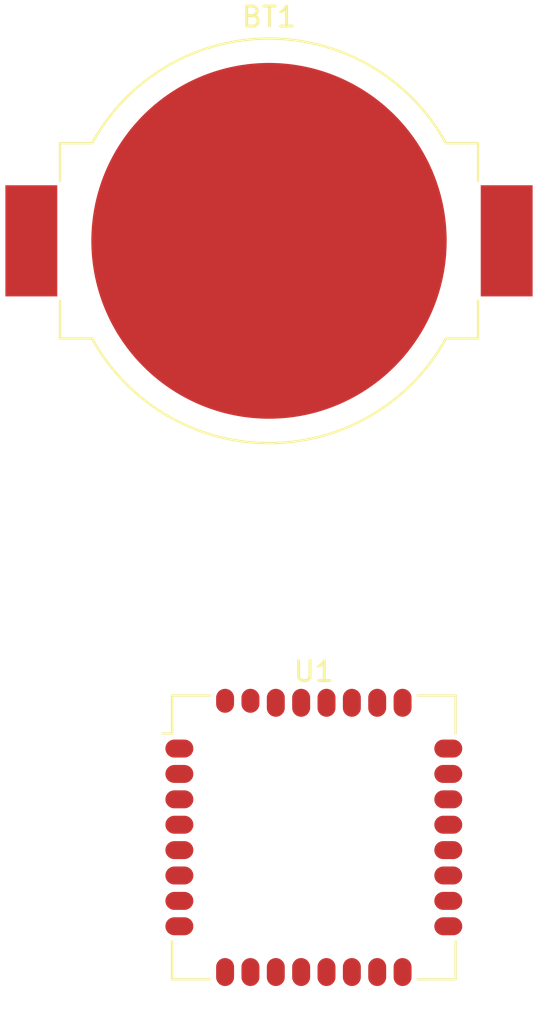
<source format=kicad_pcb>
(kicad_pcb (version 20221018) (generator pcbnew)
  (layers (0 "F.Cu" signal) (31 "B.Cu" signal) (34 "B.Paste" user) (35 "F.Paste" user) (36 "B.SilkS" user "B.Silkscreen") (37 "F.SilkS" user "F.Silkscreen") (38 "B.Mask" user) (39 "F.Mask" user) (44 "Edge.Cuts" user))
  (net 0 "")
  (net 1 "Net-(BT1-+)")
  (net 2 "GND")
  (footprint "RF_Module:MonoWireless_TWE-L-WX" (layer "F.Cu") (at 117.475 102.235)
    (fp_text reference "U1" (at 0 -8.3) (layer "F.SilkS"))
    (fp_text value "MW-R-WX")
    (fp_line (start -7.1 -7.1) (end -7.1 -5.2) (stroke (width 0.12)) (layer "F.SilkS"))
    (fp_line (start -7.1 -5.2) (end -7.6 -5.2) (stroke (width 0.12)) (layer "F.SilkS"))
    (fp_line (start -7.1 5.2) (end -7.1 7.1) (stroke (width 0.12)) (layer "F.SilkS"))
    (fp_line (start -7.1 7.1) (end -5.2 7.1) (stroke (width 0.12)) (layer "F.SilkS"))
    (fp_line (start -5.2 -7.1) (end -7.1 -7.1) (stroke (width 0.12)) (layer "F.SilkS"))
    (fp_line (start 5.2 -7.1) (end 7.1 -7.1) (stroke (width 0.12)) (layer "F.SilkS"))
    (fp_line (start 5.2 7.1) (end 7.1 7.1) (stroke (width 0.12)) (layer "F.SilkS"))
    (fp_line (start 7.1 -7.1) (end 7.1 -5.2) (stroke (width 0.12)) (layer "F.SilkS"))
    (fp_line (start 7.1 7.1) (end 7.1 5.2) (stroke (width 0.12)) (layer "F.SilkS"))
    (pad "" np_thru_hole oval (at -3.7 -3.9 315) (size 4.3 3.1) (drill oval 4.3 3.1) (layers "*.Cu" "*.Mask"))
    (pad "1" smd oval (at -6.735 -4.445 90) (size 0.9 1.4) (layers "F.Cu" "F.Paste" "F.Mask"))
    (pad "2" smd oval (at -6.735 -3.175 90) (size 0.9 1.4) (layers "F.Cu" "F.Paste" "F.Mask"))
    (pad "3" smd oval (at -6.735 -1.905 90) (size 0.9 1.4) (layers "F.Cu" "F.Paste" "F.Mask"))
    (pad "4" smd oval (at -6.735 -0.635 90) (size 0.9 1.4) (layers "F.Cu" "F.Paste" "F.Mask"))
    (pad "5" smd oval (at -6.735 0.635 90) (size 0.9 1.4) (layers "F.Cu" "F.Paste" "F.Mask") (net 1 "Net-(BT1-+)"))
    (pad "6" smd oval (at -6.735 1.905 90) (size 0.9 1.4) (layers "F.Cu" "F.Paste" "F.Mask"))
    (pad "7" smd oval (at -6.735 3.175 90) (size 0.9 1.4) (layers "F.Cu" "F.Paste" "F.Mask"))
    (pad "8" smd oval (at -6.735 4.445 90) (size 0.9 1.4) (layers "F.Cu" "F.Paste" "F.Mask"))
    (pad "9" smd oval (at -4.445 6.735) (size 0.9 1.4) (layers "F.Cu" "F.Paste" "F.Mask"))
    (pad "10" smd oval (at -3.175 6.735) (size 0.9 1.4) (layers "F.Cu" "F.Paste" "F.Mask"))
    (pad "11" smd oval (at -1.905 6.735) (size 0.9 1.4) (layers "F.Cu" "F.Paste" "F.Mask"))
    (pad "12" smd oval (at -0.635 6.735) (size 0.9 1.4) (layers "F.Cu" "F.Paste" "F.Mask"))
    (pad "13" smd oval (at 0.635 6.735) (size 0.9 1.4) (layers "F.Cu" "F.Paste" "F.Mask"))
    (pad "14" smd oval (at 1.905 6.735) (size 0.9 1.4) (layers "F.Cu" "F.Paste" "F.Mask"))
    (pad "15" smd oval (at 3.175 6.735) (size 0.9 1.4) (layers "F.Cu" "F.Paste" "F.Mask"))
    (pad "16" smd oval (at 4.445 6.735) (size 0.9 1.4) (layers "F.Cu" "F.Paste" "F.Mask"))
    (pad "17" smd oval (at 6.735 4.445 90) (size 0.9 1.4) (layers "F.Cu" "F.Paste" "F.Mask"))
    (pad "18" smd oval (at 6.735 3.175 90) (size 0.9 1.4) (layers "F.Cu" "F.Paste" "F.Mask"))
    (pad "19" smd oval (at 6.735 1.905 90) (size 0.9 1.4) (layers "F.Cu" "F.Paste" "F.Mask"))
    (pad "20" smd oval (at 6.735 0.635 90) (size 0.9 1.4) (layers "F.Cu" "F.Paste" "F.Mask") (net 2 "GND"))
    (pad "21" smd oval (at 6.735 -0.635 90) (size 0.9 1.4) (layers "F.Cu" "F.Paste" "F.Mask"))
    (pad "22" smd oval (at 6.735 -1.905 90) (size 0.9 1.4) (layers "F.Cu" "F.Paste" "F.Mask"))
    (pad "23" smd oval (at 6.735 -3.175 90) (size 0.9 1.4) (layers "F.Cu" "F.Paste" "F.Mask"))
    (pad "24" smd oval (at 6.735 -4.445 90) (size 0.9 1.4) (layers "F.Cu" "F.Paste" "F.Mask"))
    (pad "25" smd oval (at 4.445 -6.735) (size 0.9 1.4) (layers "F.Cu" "F.Paste" "F.Mask"))
    (pad "26" smd oval (at 3.175 -6.735) (size 0.9 1.4) (layers "F.Cu" "F.Paste" "F.Mask"))
    (pad "27" smd oval (at 1.905 -6.735) (size 0.9 1.4) (layers "F.Cu" "F.Paste" "F.Mask"))
    (pad "28" smd oval (at 0.635 -6.735) (size 0.9 1.4) (layers "F.Cu" "F.Paste" "F.Mask") (net 2 "GND"))
    (pad "29" smd oval (at -0.635 -6.735) (size 0.9 1.4) (layers "F.Cu" "F.Paste" "F.Mask"))
    (pad "30" smd oval (at -1.905 -6.735) (size 0.9 1.4) (layers "F.Cu" "F.Paste" "F.Mask") (net 2 "GND"))
    (pad "31" smd oval (at -3.175 -6.835) (size 0.9 1.2) (layers "F.Cu" "F.Paste" "F.Mask") (net 2 "GND"))
    (pad "32" smd oval (at -4.445 -6.835) (size 0.9 1.2) (layers "F.Cu" "F.Paste" "F.Mask") (net 2 "GND"))
  )
  (footprint "Battery:BatteryHolder_MPD_BC2003_1x2032" (layer "F.Cu") (at 115.23 72.39)
    (fp_text reference "BT1" (at 0 -11.2) (layer "F.SilkS"))
    (fp_text value "Battery_Cell")
    (fp_line (start -10.47 -4.885) (end -8.86291 -4.885) (stroke (width 0.12)) (layer "F.SilkS"))
    (fp_line (start -10.47 -3) (end -10.47 -4.885) (stroke (width 0.12)) (layer "F.SilkS"))
    (fp_line (start -10.47 3) (end -10.47 4.885) (stroke (width 0.12)) (layer "F.SilkS"))
    (fp_line (start -10.47 4.885) (end -8.86291 4.885) (stroke (width 0.12)) (layer "F.SilkS"))
    (fp_line (start 10.47 -4.885) (end 8.86291 -4.885) (stroke (width 0.12)) (layer "F.SilkS"))
    (fp_line (start 10.47 -3) (end 10.47 -4.885) (stroke (width 0.12)) (layer "F.SilkS"))
    (fp_line (start 10.47 3) (end 10.47 4.885) (stroke (width 0.12)) (layer "F.SilkS"))
    (fp_line (start 10.47 4.885) (end 8.86291 4.885) (stroke (width 0.12)) (layer "F.SilkS"))
    (fp_arc (start -8.86291 -4.885) (mid 0 -10.12) (end 8.86291 -4.885) (stroke (width 0.12)) (layer "F.SilkS"))
    (fp_arc (start 8.865021 4.881168) (mid 0.002187 10.12) (end -8.86291 4.885) (stroke (width 0.12)) (layer "F.SilkS"))
    (pad "1" smd rect (at -11.905 0) (size 2.6 5.56) (layers "F.Cu" "F.Paste" "F.Mask") (net 1 "Net-(BT1-+)"))
    (pad "1" smd rect (at 11.905 0) (size 2.6 5.56) (layers "F.Cu" "F.Paste" "F.Mask") (net 1 "Net-(BT1-+)"))
    (pad "2" smd circle (at 0 0) (size 17.8 17.8) (layers "F.Cu" "F.Mask") (net 2 "GND"))
  )
)
</source>
